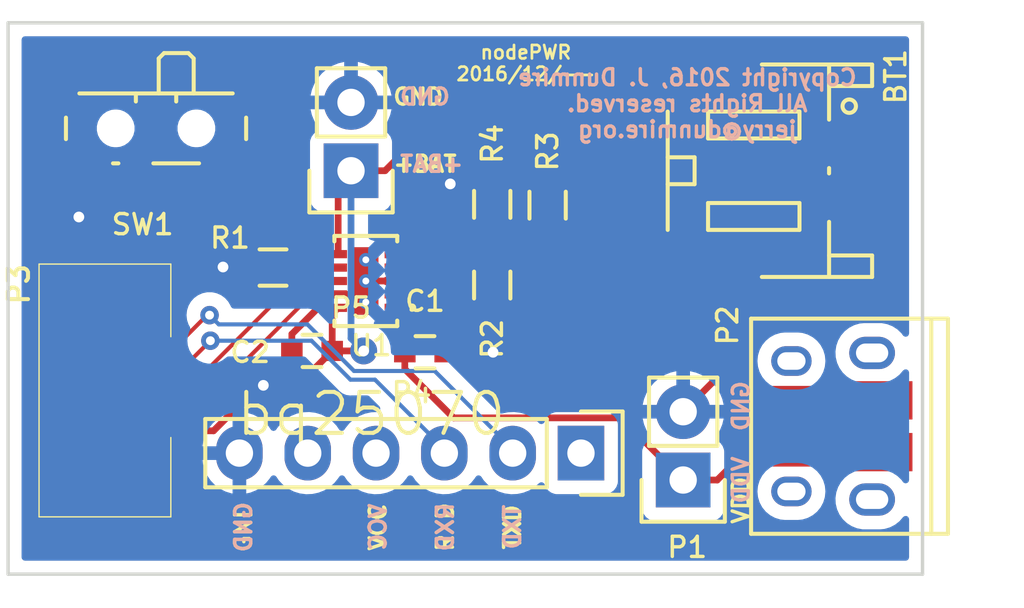
<source format=kicad_pcb>
(kicad_pcb (version 20221018) (generator pcbnew)
  (title_block (company "RockingD Labs"))
  (layers (0 "F.Cu" signal) (31 "B.Cu" signal) (34 "B.Paste" user) (35 "F.Paste" user) (36 "B.SilkS" user "B.Silkscreen") (37 "F.SilkS" user "F.Silkscreen") (38 "B.Mask" user) (39 "F.Mask" user) (44 "Edge.Cuts" user))
  (net 0 "")
  (net 1 "GND")
  (net 2 "+BATT")
  (net 3 "VDD")
  (net 4 "Net-(P2-Pad4)")
  (net 5 "Net-(P2-Pad3)")
  (net 6 "Net-(P2-Pad2)")
  (net 7 "/TXD")
  (net 8 "/RXD")
  (net 9 "/PGM")
  (net 10 "Net-(P4-Pad5)")
  (net 11 "Net-(P4-Pad1)")
  (net 12 "Net-(R2-Pad1)")
  (net 13 "+3V3")
  (net 14 "Net-(SW1-Pad1)")
  (net 15 "/CHRG")
  (net 16 "/CTRL")
  (net 17 "Net-(P4-Pad4)")
  (net 18 "Net-(R3-Pad2)")
  (footprint "rockingdlabs:JST_PH_S2B-PH-SM4-TB_02x2.00mm_Angled" (layer "F.Cu") (at 128.75 105.5 -90)
    (fp_text reference "BT1" (at -3.5 -4.25 270) (layer "F.SilkS") (effects (font (size 0.75 0.75) (thickness 0.127))))
    (fp_text value "LiFeP04")
    (fp_line (start -3.95 -3.375) (end -3.95 0.725) (stroke (width 0.15)) (layer "F.SilkS"))
    (fp_line (start -3.15 -3.375) (end -3.95 -3.375) (stroke (width 0.15)) (layer "F.SilkS"))
    (fp_line (start -3.15 -1.775) (end -3.95 -1.775) (stroke (width 0.15)) (layer "F.SilkS"))
    (fp_line (start -3.15 -1.775) (end -3.15 -3.375) (stroke (width 0.15)) (layer "F.SilkS"))
    (fp_line (start -2.2 -0.675) (end -2.2 2.725) (stroke (width 0.15)) (layer "F.SilkS"))
    (fp_line (start -2.2 2.725) (end -1.2 2.725) (stroke (width 0.15)) (layer "F.SilkS"))
    (fp_line (start -2.2 4.225) (end 2.2 4.225) (stroke (width 0.15)) (layer "F.SilkS"))
    (fp_line (start -1.9 -1.775) (end -3.15 -1.775) (stroke (width 0.15)) (layer "F.SilkS"))
    (fp_line (start -1.2 -0.675) (end -2.2 -0.675) (stroke (width 0.15)) (layer "F.SilkS"))
    (fp_line (start -1.2 2.725) (end -1.2 -0.675) (stroke (width 0.15)) (layer "F.SilkS"))
    (fp_line (start -0.5 3.225) (end 0.5 3.225) (stroke (width 0.15)) (layer "F.SilkS"))
    (fp_line (start -0.5 4.225) (end -0.5 3.225) (stroke (width 0.15)) (layer "F.SilkS"))
    (fp_line (start -0.1 -1.775) (end 0.1 -1.775) (stroke (width 0.15)) (layer "F.SilkS"))
    (fp_line (start 0.5 3.225) (end 0.5 4.225) (stroke (width 0.15)) (layer "F.SilkS"))
    (fp_line (start 1.2 -0.675) (end 2.2 -0.675) (stroke (width 0.15)) (layer "F.SilkS"))
    (fp_line (start 1.2 2.725) (end 1.2 -0.675) (stroke (width 0.15)) (layer "F.SilkS"))
    (fp_line (start 1.9 -1.775) (end 3.15 -1.775) (stroke (width 0.15)) (layer "F.SilkS"))
    (fp_line (start 2.2 -0.675) (end 2.2 2.725) (stroke (width 0.15)) (layer "F.SilkS"))
    (fp_line (start 2.2 2.725) (end 1.2 2.725) (stroke (width 0.15)) (layer "F.SilkS"))
    (fp_line (start 3.15 -3.375) (end 3.95 -3.375) (stroke (width 0.15)) (layer "F.SilkS"))
    (fp_line (start 3.15 -1.775) (end 3.15 -3.375) (stroke (width 0.15)) (layer "F.SilkS"))
    (fp_line (start 3.15 -1.775) (end 3.95 -1.775) (stroke (width 0.15)) (layer "F.SilkS"))
    (fp_line (start 3.95 -3.375) (end 3.95 0.725) (stroke (width 0.15)) (layer "F.SilkS"))
    (fp_circle (center -2.4 -2.525) (end -2.15 -2.525) (stroke (width 0.15)) (fill none) (layer "F.SilkS"))
    (pad "" smd rect (at -3.4 2.775 270) (size 1.6 3.4) (layers "F.Cu" "F.Paste" "F.Mask"))
    (pad "" smd rect (at 3.4 2.775 270) (size 1.6 3.4) (layers "F.Cu" "F.Paste" "F.Mask"))
    (pad "1" smd rect (at -1 -2.775 270) (size 1 3.5) (layers "F.Cu" "F.Paste" "F.Mask") (net 2 "+BATT"))
    (pad "2" smd rect (at 1 -2.775 270) (size 1 3.5) (layers "F.Cu" "F.Paste" "F.Mask") (net 1 "GND"))
  )
  (footprint "Capacitors_SMD:C_0603" (layer "F.Cu") (at 115.5 112.25)
    (fp_text reference "C1" (at 0 -1.9) (layer "F.SilkS") (effects (font (size 0.75 0.75) (thickness 0.127))))
    (fp_text value "1 uF")
    (fp_line (start -0.35 -0.6) (end 0.35 -0.6) (stroke (width 0.15)) (layer "F.SilkS"))
    (fp_line (start 0.35 0.6) (end -0.35 0.6) (stroke (width 0.15)) (layer "F.SilkS"))
    (pad "1" smd rect (at -0.75 0) (size 0.8 0.75) (layers "F.Cu" "F.Paste" "F.Mask") (net 3 "VDD"))
    (pad "2" smd rect (at 0.75 0) (size 0.8 0.75) (layers "F.Cu" "F.Paste" "F.Mask") (net 1 "GND"))
  )
  (footprint "Capacitors_SMD:C_0603" (layer "F.Cu") (at 111.3 112.2 180)
    (fp_text reference "C2" (at 2.3 -0.05 180) (layer "F.SilkS") (effects (font (size 0.75 0.75) (thickness 0.127))))
    (fp_text value "2 uF")
    (fp_line (start -0.35 -0.6) (end 0.35 -0.6) (stroke (width 0.15)) (layer "F.SilkS"))
    (fp_line (start 0.35 0.6) (end -0.35 0.6) (stroke (width 0.15)) (layer "F.SilkS"))
    (pad "1" smd rect (at -0.75 0 180) (size 0.8 0.75) (layers "F.Cu" "F.Paste" "F.Mask") (net 2 "+BATT"))
    (pad "2" smd rect (at 0.75 0 180) (size 0.8 0.75) (layers "F.Cu" "F.Paste" "F.Mask") (net 1 "GND"))
  )
  (footprint "Pin_Headers:Pin_Header_Straight_1x02" (layer "F.Cu") (at 125.1 117 180)
    (fp_text reference "P1" (at -0.15 -2.5 180) (layer "F.SilkS") (effects (font (size 0.75 0.75) (thickness 0.127))))
    (fp_text value "Vin (4.5-30VDC)")
    (fp_line (start -1.55 -1.55) (end 1.55 -1.55) (stroke (width 0.15)) (layer "F.SilkS"))
    (fp_line (start -1.55 0) (end -1.55 -1.55) (stroke (width 0.15)) (layer "F.SilkS"))
    (fp_line (start -1.27 1.27) (end -1.27 3.81) (stroke (width 0.15)) (layer "F.SilkS"))
    (fp_line (start -1.27 3.81) (end 1.27 3.81) (stroke (width 0.15)) (layer "F.SilkS"))
    (fp_line (start 1.27 1.27) (end -1.27 1.27) (stroke (width 0.15)) (layer "F.SilkS"))
    (fp_line (start 1.27 1.27) (end 1.27 3.81) (stroke (width 0.15)) (layer "F.SilkS"))
    (fp_line (start 1.55 -1.55) (end 1.55 0) (stroke (width 0.15)) (layer "F.SilkS"))
    (pad "1" thru_hole rect (at 0 0 180) (size 2.032 2.032) (drill 1.016) (layers "*.Cu" "*.Mask") (net 3 "VDD"))
    (pad "2" thru_hole oval (at 0 2.54 180) (size 2.032 2.032) (drill 1.016) (layers "*.Cu" "*.Mask") (net 1 "GND"))
  )
  (footprint "Connect:USB_Micro-B_10103594-0001LF" (layer "F.Cu") (at 130.75 115 90)
    (fp_text reference "P2" (at 3.75 -4 90) (layer "F.SilkS") (effects (font (size 0.75 0.75) (thickness 0.127))))
    (fp_text value "USB (power only)")
    (fp_line (start -4 -3.125) (end 4 -3.125) (stroke (width 0.15)) (layer "F.SilkS"))
    (fp_line (start -4 4.195) (end -4 -3.125) (stroke (width 0.15)) (layer "F.SilkS"))
    (fp_line (start -4 4.195) (end 4 4.195) (stroke (width 0.15)) (layer "F.SilkS"))
    (fp_line (start 4 -3.125) (end 4 4.195) (stroke (width 0.15)) (layer "F.SilkS"))
    (fp_line (start 4 3.575) (end -4 3.575) (stroke (width 0.15)) (layer "F.SilkS"))
    (pad "1" smd rect (at -1.3 -1.5 180) (size 1.65 0.4) (layers "F.Cu" "F.Paste" "F.Mask") (net 3 "VDD"))
    (pad "2" smd rect (at -0.65 -1.5 180) (size 1.65 0.4) (layers "F.Cu" "F.Paste" "F.Mask") (net 6 "Net-(P2-Pad2)"))
    (pad "3" smd rect (at -0.0009 -1.5 180) (size 1.65 0.4) (layers "F.Cu" "F.Paste" "F.Mask") (net 5 "Net-(P2-Pad3)"))
    (pad "4" smd rect (at 0.65 -1.5 180) (size 1.65 0.4) (layers "F.Cu" "F.Paste" "F.Mask") (net 4 "Net-(P2-Pad4)"))
    (pad "5" smd rect (at 1.3 -1.5 180) (size 1.65 0.4) (layers "F.Cu" "F.Paste" "F.Mask") (net 1 "GND"))
    (pad "6" thru_hole oval (at -2.725 1.375 180) (size 1.7 1.2) (drill oval 1.2 0.7) (layers "*.Cu" "*.Mask"))
    (pad "6" thru_hole oval (at -2.425 -1.625 180) (size 1.5 1.1) (drill oval 1.05 0.65) (layers "*.Cu" "*.Mask"))
    (pad "6" smd rect (at -0.9625 1.625 180) (size 2.5 1.425) (layers "F.Cu" "F.Paste" "F.Mask"))
    (pad "6" smd rect (at 0.9625 1.625 180) (size 2.5 1.425) (layers "F.Cu" "F.Paste" "F.Mask"))
    (pad "6" thru_hole oval (at 2.425 -1.625 180) (size 1.5 1.1) (drill oval 1.05 0.65) (layers "*.Cu" "*.Mask"))
    (pad "6" thru_hole oval (at 2.725 1.375 180) (size 1.7 1.2) (drill oval 1.2 0.7) (layers "*.Cu" "*.Mask"))
  )
  (footprint "Pin_Headers:Pin_Header_Straight_1x06" (layer "F.Cu") (at 121.3 116 -90)
    (fp_text reference "P4" (at -2.25 6.3) (layer "F.SilkS") (effects (font (size 0.75 0.75) (thickness 0.127))))
    (fp_text value "Serial I/O")
    (fp_line (start -1.55 -1.55) (end 1.55 -1.55) (stroke (width 0.15)) (layer "F.SilkS"))
    (fp_line (start -1.55 0) (end -1.55 -1.55) (stroke (width 0.15)) (layer "F.SilkS"))
    (fp_line (start -1.27 13.97) (end -1.27 1.27) (stroke (width 0.15)) (layer "F.SilkS"))
    (fp_line (start 1.27 1.27) (end -1.27 1.27) (stroke (width 0.15)) (layer "F.SilkS"))
    (fp_line (start 1.27 1.27) (end 1.27 13.97) (stroke (width 0.15)) (layer "F.SilkS"))
    (fp_line (start 1.27 13.97) (end -1.27 13.97) (stroke (width 0.15)) (layer "F.SilkS"))
    (fp_line (start 1.55 -1.55) (end 1.55 0) (stroke (width 0.15)) (layer "F.SilkS"))
    (pad "1" thru_hole rect (at 0 0 270) (size 2.032 1.7272) (drill 1.016) (layers "*.Cu" "*.Mask") (net 11 "Net-(P4-Pad1)"))
    (pad "2" thru_hole oval (at 0 2.54 270) (size 2.032 1.7272) (drill 1.016) (layers "*.Cu" "*.Mask") (net 7 "/TXD"))
    (pad "3" thru_hole oval (at 0 5.08 270) (size 2.032 1.7272) (drill 1.016) (layers "*.Cu" "*.Mask") (net 8 "/RXD"))
    (pad "4" thru_hole oval (at 0 7.62 270) (size 2.032 1.7272) (drill 1.016) (layers "*.Cu" "*.Mask") (net 17 "Net-(P4-Pad4)"))
    (pad "5" thru_hole oval (at 0 10.16 270) (size 2.032 1.7272) (drill 1.016) (layers "*.Cu" "*.Mask") (net 10 "Net-(P4-Pad5)"))
    (pad "6" thru_hole oval (at 0 12.7 270) (size 2.032 1.7272) (drill 1.016) (layers "*.Cu" "*.Mask") (net 1 "GND"))
  )
  (footprint "Resistors_SMD:R_0603" (layer "F.Cu") (at 109.85 109.1 180)
    (fp_text reference "R1" (at 1.6 1.1 180) (layer "F.SilkS") (effects (font (size 0.75 0.75) (thickness 0.127))))
    (fp_text value "10k")
    (fp_line (start -0.5 -0.675) (end 0.5 -0.675) (stroke (width 0.15)) (layer "F.SilkS"))
    (fp_line (start 0.5 0.675) (end -0.5 0.675) (stroke (width 0.15)) (layer "F.SilkS"))
    (pad "1" smd rect (at -0.75 0 180) (size 0.5 0.9) (layers "F.Cu" "F.Paste" "F.Mask") (net 16 "/CTRL"))
    (pad "2" smd rect (at 0.75 0 180) (size 0.5 0.9) (layers "F.Cu" "F.Paste" "F.Mask") (net 1 "GND"))
  )
  (footprint "Resistors_SMD:R_0603" (layer "F.Cu") (at 118 109.75 -90)
    (fp_text reference "R2" (at 2 0 270) (layer "F.SilkS") (effects (font (size 0.75 0.75) (thickness 0.127))))
    (fp_text value "1k")
    (fp_line (start -0.5 -0.675) (end 0.5 -0.675) (stroke (width 0.15)) (layer "F.SilkS"))
    (fp_line (start 0.5 0.675) (end -0.5 0.675) (stroke (width 0.15)) (layer "F.SilkS"))
    (pad "1" smd rect (at -0.75 0 270) (size 0.5 0.9) (layers "F.Cu" "F.Paste" "F.Mask") (net 12 "Net-(R2-Pad1)"))
    (pad "2" smd rect (at 0.75 0 270) (size 0.5 0.9) (layers "F.Cu" "F.Paste" "F.Mask") (net 1 "GND"))
  )
  (footprint "Resistors_SMD:R_0603" (layer "F.Cu") (at 120.06 106.78 90)
    (fp_text reference "R3" (at 2 0 90) (layer "F.SilkS") (effects (font (size 0.75 0.75) (thickness 0.127))))
    (fp_text value "487k")
    (fp_line (start -0.5 -0.675) (end 0.5 -0.675) (stroke (width 0.15)) (layer "F.SilkS"))
    (fp_line (start 0.5 0.675) (end -0.5 0.675) (stroke (width 0.15)) (layer "F.SilkS"))
    (pad "1" smd rect (at -0.75 0 90) (size 0.5 0.9) (layers "F.Cu" "F.Paste" "F.Mask") (net 13 "+3V3"))
    (pad "2" smd rect (at 0.75 0 90) (size 0.5 0.9) (layers "F.Cu" "F.Paste" "F.Mask") (net 18 "Net-(R3-Pad2)"))
  )
  (footprint "Resistors_SMD:R_0603" (layer "F.Cu") (at 118 106.75 90)
    (fp_text reference "R4" (at 2.25 0 90) (layer "F.SilkS") (effects (font (size 0.75 0.75) (thickness 0.127))))
    (fp_text value "100k")
    (fp_line (start -0.5 -0.675) (end 0.5 -0.675) (stroke (width 0.15)) (layer "F.SilkS"))
    (fp_line (start 0.5 0.675) (end -0.5 0.675) (stroke (width 0.15)) (layer "F.SilkS"))
    (pad "1" smd rect (at -0.75 0 90) (size 0.5 0.9) (layers "F.Cu" "F.Paste" "F.Mask") (net 18 "Net-(R3-Pad2)"))
    (pad "2" smd rect (at 0.75 0 90) (size 0.5 0.9) (layers "F.Cu" "F.Paste" "F.Mask") (net 1 "GND"))
  )
  (footprint "Buttons_Switches_SMD:SW_SPDT_PCM12" (layer "F.Cu") (at 105.5 104.25 180)
    (fp_text reference "SW1" (at 0.5 -3.25 180) (layer "F.SilkS") (effects (font (size 0.75 0.75) (thickness 0.127))))
    (fp_text value "Prgm")
    (fp_line (start -3.35 -0.075) (end -3.35 0.725) (stroke (width 0.15)) (layer "F.SilkS"))
    (fp_line (start -2.85 1.625) (end 2.85 1.625) (stroke (width 0.15)) (layer "F.SilkS"))
    (fp_line (start -1.6 -0.975) (end 0.1 -0.975) (stroke (width 0.15)) (layer "F.SilkS"))
    (fp_line (start -1.4 1.625) (end -1.4 2.925) (stroke (width 0.15)) (layer "F.SilkS"))
    (fp_line (start -1.4 2.925) (end -1.2 3.125) (stroke (width 0.15)) (layer "F.SilkS"))
    (fp_line (start -1.2 3.125) (end -0.3 3.125) (stroke (width 0.15)) (layer "F.SilkS"))
    (fp_line (start -0.75 1.325) (end -0.75 1.625) (stroke (width 0.15)) (layer "F.SilkS"))
    (fp_line (start -0.1 2.925) (end -0.3 3.125) (stroke (width 0.15)) (layer "F.SilkS"))
    (fp_line (start -0.1 2.925) (end -0.1 1.625) (stroke (width 0.15)) (layer "F.SilkS"))
    (fp_line (start 0.75 1.325) (end 0.75 1.625) (stroke (width 0.15)) (layer "F.SilkS"))
    (fp_line (start 1.4 -0.975) (end 1.6 -0.975) (stroke (width 0.15)) (layer "F.SilkS"))
    (fp_line (start 3.35 0.725) (end 3.35 -0.075) (stroke (width 0.15)) (layer "F.SilkS"))
    (pad "" smd rect (at -3.65 -0.775 180) (size 1 0.8) (layers "F.Cu" "F.Paste" "F.Mask"))
    (pad "" smd rect (at -3.65 1.425 180) (size 1 0.8) (layers "F.Cu" "F.Paste" "F.Mask"))
    (pad "" np_thru_hole circle (at -1.5 0.325 180) (size 0.9 0.9) (drill 0.9) (layers "*.Cu" "*.Mask"))
    (pad "" np_thru_hole circle (at 1.5 0.325 180) (size 0.9 0.9) (drill 0.9) (layers "*.Cu" "*.Mask"))
    (pad "" smd rect (at 3.65 -0.775 180) (size 1 0.8) (layers "F.Cu" "F.Paste" "F.Mask"))
    (pad "" smd rect (at 3.65 1.425 180) (size 1 0.8) (layers "F.Cu" "F.Paste" "F.Mask"))
    (pad "1" smd rect (at -2.25 -1.425 180) (size 0.7 1.5) (layers "F.Cu" "F.Paste" "F.Mask") (net 14 "Net-(SW1-Pad1)"))
    (pad "2" smd rect (at 0.75 -1.425 180) (size 0.7 1.5) (layers "F.Cu" "F.Paste" "F.Mask") (net 9 "/PGM"))
    (pad "3" smd rect (at 2.25 -1.425 180) (size 0.7 1.5) (layers "F.Cu" "F.Paste" "F.Mask") (net 1 "GND"))
  )
  (footprint "rockingdlabs:bq25070_DQC_10-DQC10_P84X2P4" (layer "F.Cu") (at 113.3 109.6 180)
    (fp_text reference "U1" (at -0.2 -2.4 180) (layer "F.SilkS") (effects (font (size 0.75 0.75) (thickness 0.127))))
    (fp_text value "bq25070" (at -0.2 -4.95 180) (layer "F.SilkS") (effects (font (size 1.524 1.524))))
    (fp_line (start -1.1684 -1.6764) (end -1.1684 -1.4732) (stroke (width 0.1524)) (layer "F.SilkS"))
    (fp_line (start -1.1684 1.4732) (end -1.1684 1.6764) (stroke (width 0.1524)) (layer "F.SilkS"))
    (fp_line (start -1.1684 1.6764) (end 1.1684 1.6764) (stroke (width 0.1524)) (layer "F.SilkS"))
    (fp_line (start 1.1684 -1.6764) (end -1.1684 -1.6764) (stroke (width 0.1524)) (layer "F.SilkS"))
    (fp_line (start 1.1684 -1.4732) (end 1.1684 -1.6764) (stroke (width 0.1524)) (layer "F.SilkS"))
    (fp_line (start 1.1684 1.6764) (end 1.1684 1.4732) (stroke (width 0.1524)) (layer "F.SilkS"))
    (fp_arc (start -1.7018 -0.9144) (mid -1.797818 -0.991783) (end -1.699505 -1.066228) (stroke (width 0.1524)) (layer "F.SilkS"))
    (pad "1" smd rect (at -1.0287 -0.99822 180) (size 0.6604 0.3048) (layers "F.Cu" "F.Paste" "F.Mask") (net 3 "VDD"))
    (pad "2" smd rect (at -1.0287 -0.49784 180) (size 0.6604 0.3048) (layers "F.Cu" "F.Paste" "F.Mask") (net 12 "Net-(R2-Pad1)"))
    (pad "3" smd rect (at -1.0287 0 180) (size 0.6604 0.3048) (layers "F.Cu" "F.Paste" "F.Mask") (net 1 "GND"))
    (pad "4" smd rect (at -1.0287 0.49784 180) (size 0.6604 0.3048) (layers "F.Cu" "F.Paste" "F.Mask") (net 13 "+3V3"))
    (pad "5" smd rect (at -1.0287 0.99822 180) (size 0.6604 0.3048) (layers "F.Cu" "F.Paste" "F.Mask") (net 18 "Net-(R3-Pad2)"))
    (pad "6" smd rect (at 1.0287 0.99822 180) (size 0.6604 0.3048) (layers "F.Cu" "F.Paste" "F.Mask") (net 2 "+BATT"))
    (pad "7" smd rect (at 1.0287 0.49784 180) (size 0.6604 0.3048) (layers "F.Cu" "F.Paste" "F.Mask") (net 16 "/CTRL"))
    (pad "8" smd rect (at 1.0287 0 180) (size 0.6604 0.3048) (layers "F.Cu" "F.Paste" "F.Mask") (net 15 "/CHRG"))
    (pad "9" smd rect (at 1.0287 -0.49784 180) (size 0.6604 0.3048) (layers "F.Cu" "F.Paste" "F.Mask") (net 1 "GND"))
    (pad "10" smd rect (at 1.0287 -0.99822 180) (size 0.6604 0.3048) (layers "F.Cu" "F.Paste" "F.Mask") (net 2 "+BATT"))
    (pad "11" thru_hole circle (at 0 -0.7874 180) (size 0.508 0.508) (drill 0.254) (layers "*.Cu" "*.Paste" "*.Mask") (net 1 "GND"))
    (pad "11" thru_hole circle (at 0 0 180) (size 0.508 0.508) (drill 0.254) (layers "*.Cu" "*.Paste" "*.Mask") (net 1 "GND"))
    (pad "11" smd rect (at 0 0 180) (size 0.9398 2.5146) (layers "F.Cu" "F.Paste" "F.Mask") (net 1 "GND"))
    (pad "11" thru_hole circle (at 0 0.7874 180) (size 0.508 0.508) (drill 0.254) (layers "*.Cu" "*.Paste" "*.Mask") (net 1 "GND"))
  )
  (footprint "Pin_Headers:Pin_Header_Straight_1x02" (layer "F.Cu") (at 112.75 105.5 180)
    (fp_text reference "P5" (at 0 -5.1 180) (layer "F.SilkS") (effects (font (size 0.75 0.75) (thickness 0.127))))
    (fp_text value "BAT")
    (fp_line (start -1.55 -1.55) (end 1.55 -1.55) (stroke (width 0.15)) (layer "F.SilkS"))
    (fp_line (start -1.55 0) (end -1.55 -1.55) (stroke (width 0.15)) (layer "F.SilkS"))
    (fp_line (start -1.27 1.27) (end -1.27 3.81) (stroke (width 0.15)) (layer "F.SilkS"))
    (fp_line (start -1.27 3.81) (end 1.27 3.81) (stroke (width 0.15)) (layer "F.SilkS"))
    (fp_line (start 1.27 1.27) (end -1.27 1.27) (stroke (width 0.15)) (layer "F.SilkS"))
    (fp_line (start 1.27 1.27) (end 1.27 3.81) (stroke (width 0.15)) (layer "F.SilkS"))
    (fp_line (start 1.55 -1.55) (end 1.55 0) (stroke (width 0.15)) (layer "F.SilkS"))
    (pad "1" thru_hole rect (at 0 0 180) (size 2.032 2.032) (drill 1.016) (layers "*.Cu" "*.Mask") (net 2 "+BATT"))
    (pad "2" thru_hole oval (at 0 2.54 180) (size 2.032 2.032) (drill 1.016) (layers "*.Cu" "*.Mask") (net 1 "GND"))
  )
  (footprint "rockingdlabs:FPC_conn-7_8x4.9mm_Pitch0.5mm" (layer "F.Cu") (at 103.8 113.67 -90)
    (fp_text reference "P3" (at -3.95 3.4 270) (layer "F.SilkS") (effects (font (size 0.75 0.75))))
    (fp_text value "Node")
    (fp_line (start -4.7 -2.25) (end -4.7 2.65) (stroke (width 0.05)) (layer "F.SilkS"))
    (fp_line (start -4.7 2.65) (end 4.7 2.65) (stroke (width 0.05)) (layer "F.SilkS"))
    (fp_line (start -2 -2.25) (end -4.7 -2.25) (stroke (width 0.05)) (layer "F.SilkS"))
    (fp_line (start 4.7 -2.25) (end 1.75 -2.25) (stroke (width 0.05)) (layer "F.SilkS"))
    (fp_line (start 4.7 2.65) (end 4.7 -2.25) (stroke (width 0.05)) (layer "F.SilkS"))
    (pad "" smd rect (at -2.95 -0.5 270) (size 1.95 2.3) (layers "F.Cu" "F.Paste" "F.Mask"))
    (pad "" smd rect (at 2.95 -0.5 270) (size 1.95 2.3) (layers "F.Cu" "F.Paste" "F.Mask"))
    (pad "1" smd rect (at -1.5 -1.75 270) (size 0.3 1.4) (layers "F.Cu" "F.Paste" "F.Mask") (net 7 "/TXD"))
    (pad "2" smd rect (at -1 -1.75 270) (size 0.3 1.4) (layers "F.Cu" "F.Paste" "F.Mask") (net 8 "/RXD"))
    (pad "3" smd rect (at -0.5 -1.75 270) (size 0.3 1.4) (layers "F.Cu" "F.Paste" "F.Mask") (net 9 "/PGM"))
    (pad "4" smd rect (at 0 -1.75 270) (size 0.3 1.4) (layers "F.Cu" "F.Paste" "F.Mask") (net 16 "/CTRL"))
    (pad "5" smd rect (at 0.5 -1.75 270) (size 0.3 1.4) (layers "F.Cu" "F.Paste" "F.Mask") (net 15 "/CHRG"))
    (pad "6" smd rect (at 1 -1.75 270) (size 0.3 1.4) (layers "F.Cu" "F.Paste" "F.Mask") (net 1 "GND"))
    (pad "7" smd rect (at 1.5 -1.75 270) (size 0.3 1.4) (layers "F.Cu" "F.Paste" "F.Mask") (net 2 "+BATT"))
  )
  (gr_line (start 134 120.5) (end 100 120.5) (stroke (width 0.127)) (layer "Edge.Cuts"))
  (gr_line (start 134 100) (end 134 120.5) (stroke (width 0.127)) (layer "Edge.Cuts"))
  (gr_line (start 100 100) (end 134 100) (stroke (width 0.127)) (layer "Edge.Cuts"))
  (gr_line (start 100 120.5) (end 100 100) (stroke (width 0.127)) (layer "Edge.Cuts"))
  (gr_text "+BAT" (at 115.75 105.25) (layer "B.SilkS") (effects (font (size 0.6 0.6) (thickness 0.127)) (justify mirror)))
  (gr_text "VCC" (at 113.75 118.75 90) (layer "B.SilkS") (effects (font (size 0.6 0.6) (thickness 0.127)) (justify mirror)))
  (gr_text "Copyright 2016, J. Dunmire\nAll Rights reserved.\njerry@dunmire.org" (at 125.25 103) (layer "B.SilkS") (effects (font (size 0.6 0.6) (thickness 0.127)) (justify mirror)))
  (gr_text "GND" (at 127.25 114.25 90) (layer "B.SilkS") (effects (font (size 0.6 0.6) (thickness 0.127)) (justify mirror)))
  (gr_text "VDD" (at 127.25 117 90) (layer "B.SilkS") (effects (font (size 0.6 0.6) (thickness 0.127)) (justify mirror)))
  (gr_text "RXD" (at 116.25 118.75 90) (layer "B.SilkS") (effects (font (size 0.6 0.6) (thickness 0.127)) (justify mirror)))
  (gr_text "GND" (at 108.75 118.75 90) (layer "B.SilkS") (effects (font (size 0.6 0.6) (thickness 0.127)) (justify mirror)))
  (gr_text "GND" (at 115.5 102.75) (layer "B.SilkS") (effects (font (size 0.6 0.6) (thickness 0.127)) (justify mirror)))
  (gr_text "TXD" (at 118.75 118.75 90) (layer "B.SilkS") (effects (font (size 0.6 0.6) (thickness 0.127)) (justify mirror)))
  (gr_text "RXD" (at 116.25 118.75 90) (layer "F.SilkS") (effects (font (size 0.6 0.6) (thickness 0.127))))
  (gr_text "+BAT" (at 115.5 105.25) (layer "F.SilkS") (effects (font (size 0.6 0.6) (thickness 0.127))))
  (gr_text "GND" (at 108.75 118.75 90) (layer "F.SilkS") (effects (font (size 0.6 0.6) (thickness 0.127))))
  (gr_text "TXD" (at 118.75 118.75 90) (layer "F.SilkS") (effects (font (size 0.6 0.6) (thickness 0.127))))
  (gr_text "VDD" (at 127.25 117.75 90) (layer "F.SilkS") (effects (font (size 0.6 0.6) (thickness 0.127))))
  (gr_text "VCC" (at 113.75 118.75 90) (layer "F.SilkS") (effects (font (size 0.6 0.6) (thickness 0.127))))
  (gr_text "nodePWR\n2016/12/--" (at 119.25 101.5) (layer "F.SilkS") (effects (font (size 0.5 0.5) (thickness 0.1))))
  (gr_text "GND" (at 115.25 102.75) (layer "F.SilkS") (effects (font (size 0.6 0.6) (thickness 0.127))))
  (segment (start 118 110.5) (end 118 112.22) (width 0.25) (layer "F.Cu") (net 1))
  (segment (start 103.25 105.675) (end 103.25 106.6) (width 0.25) (layer "F.Cu") (net 1))
  (segment (start 113.01044 110.09784) (end 113.3 110.3874) (width 0.25) (layer "F.Cu") (net 1))
  (segment (start 110.55 111.575) (end 111.646099 110.478901) (width 0.25) (layer "F.Cu") (net 1))
  (segment (start 108.6 115.8476) (end 108.6 116) (width 0.25) (layer "F.Cu") (net 1))
  (segment (start 131.525 108.035) (end 125.1 114.46) (width 0.25) (layer "F.Cu") (net 1))
  (segment (start 113.3 109.6) (end 114.3287 109.6) (width 0.25) (layer "F.Cu") (net 1))
  (segment (start 126.53684 114.46) (end 127.29684 113.7) (width 0.25) (layer "F.Cu") (net 1))
  (segment (start 105.55 114.67) (end 107.545095 114.67) (width 0.25) (layer "F.Cu") (net 1))
  (segment (start 131.525 106.5) (end 131.525 108.035) (width 0.25) (layer "F.Cu") (net 1))
  (segment (start 125.1 114.46) (end 126.53684 114.46) (width 0.25) (layer "F.Cu") (net 1))
  (segment (start 109.1 109.1) (end 108.01 109.1) (width 0.25) (layer "F.Cu") (net 1))
  (segment (start 110.55 112.2) (end 110.55 111.575) (width 0.25) (layer "F.Cu") (net 1))
  (segment (start 116.25 112.25) (end 118.03 112.25) (width 0.25) (layer "F.Cu") (net 1))
  (segment (start 103.25 106.6) (end 102.63 107.22) (width 0.25) (layer "F.Cu") (net 1))
  (segment (start 118 106) (end 116.45 106) (width 0.25) (layer "F.Cu") (net 1))
  (segment (start 118 112.22) (end 118.03 112.25) (width 0.25) (layer "F.Cu") (net 1))
  (segment (start 111.646099 110.478901) (end 111.646099 110.209819) (width 0.25) (layer "F.Cu") (net 1))
  (segment (start 108.735095 113.48) (end 108.782894 113.48) (width 0.25) (layer "F.Cu") (net 1))
  (segment (start 108.782894 113.48) (end 109.49 113.48) (width 0.25) (layer "F.Cu") (net 1))
  (segment (start 111.646099 110.209819) (end 111.758078 110.09784) (width 0.25) (layer "F.Cu") (net 1))
  (segment (start 112.2713 110.09784) (end 113.01044 110.09784) (width 0.25) (layer "F.Cu") (net 1))
  (segment (start 107.545095 114.67) (end 108.735095 113.48) (width 0.25) (layer "F.Cu") (net 1))
  (segment (start 110.55 112.42) (end 109.49 113.48) (width 0.25) (layer "F.Cu") (net 1))
  (segment (start 128.175 113.7) (end 129.25 113.7) (width 0.25) (layer "F.Cu") (net 1))
  (segment (start 110.55 112.2) (end 110.55 112.42) (width 0.25) (layer "F.Cu") (net 1))
  (segment (start 108.01 109.1) (end 107.99 109.08) (width 0.25) (layer "F.Cu") (net 1))
  (segment (start 111.758078 110.09784) (end 112.2713 110.09784) (width 0.25) (layer "F.Cu") (net 1))
  (segment (start 127.29684 113.7) (end 128.175 113.7) (width 0.25) (layer "F.Cu") (net 1))
  (segment (start 116.45 106) (end 116.44 105.99) (width 0.25) (layer "F.Cu") (net 1))
  (via (at 107.99 109.08) (size 1) (drill 0.4) (layers "F.Cu" "B.Cu") (net 1))
  (via (at 116.44 105.99) (size 1) (drill 0.4) (layers "F.Cu" "B.Cu") (net 1))
  (via (at 118.03 112.25) (size 1) (drill 0.4) (layers "F.Cu" "B.Cu") (net 1))
  (via (at 109.49 113.48) (size 1) (drill 0.4) (layers "F.Cu" "B.Cu") (net 1))
  (via (at 102.63 107.22) (size 1) (drill 0.4) (layers "F.Cu" "B.Cu") (net 1))
  (segment (start 102.63 107.22) (end 104.52 109.11) (width 0.25) (layer "B.Cu") (net 1))
  (segment (start 113.22 112.2) (end 112.05 112.2) (width 0.25) (layer "F.Cu") (net 2))
  (segment (start 115.016 104.5) (end 129.525 104.5) (width 0.25) (layer "F.Cu") (net 2))
  (segment (start 112.05 110.81952) (end 112.2713 110.59822) (width 0.25) (layer "F.Cu") (net 2))
  (segment (start 112.2713 105.9787) (end 112.75 105.5) (width 0.25) (layer "F.Cu") (net 2))
  (segment (start 129.525 104.5) (end 131.525 104.5) (width 0.25) (layer "F.Cu") (net 2))
  (segment (start 112.05 112.2) (end 112.05 110.81952) (width 0.25) (layer "F.Cu") (net 2))
  (segment (start 112.75 105.5) (end 114.016 105.5) (width 0.25) (layer "F.Cu") (net 2))
  (segment (start 109.974998 114.275002) (end 112.05 112.2) (width 0.25) (layer "F.Cu") (net 2))
  (segment (start 105.55 115.17) (end 107.63908 115.17) (width 0.25) (layer "F.Cu") (net 2))
  (segment (start 107.63908 115.17) (end 108.534078 114.275002) (width 0.25) (layer "F.Cu") (net 2))
  (segment (start 112.2713 108.60178) (end 112.2713 105.9787) (width 0.25) (layer "F.Cu") (net 2))
  (segment (start 108.534078 114.275002) (end 109.974998 114.275002) (width 0.25) (layer "F.Cu") (net 2))
  (segment (start 114.016 105.5) (end 115.016 104.5) (width 0.25) (layer "F.Cu") (net 2))
  (via (at 113.22 112.2) (size 1) (drill 0.4) (layers "F.Cu" "B.Cu") (net 2))
  (segment (start 112.75 111.73) (end 113.22 112.2) (width 0.25) (layer "B.Cu") (net 2))
  (segment (start 112.75 105.5) (end 112.75 111.73) (width 0.25) (layer "B.Cu") (net 2))
  (segment (start 122.788999 114.688999) (end 125.1 117) (width 0.25) (layer "F.Cu") (net 3))
  (segment (start 125.1 117) (end 126.366 117) (width 0.25) (layer "F.Cu") (net 3))
  (segment (start 114.3287 111.8287) (end 114.75 112.25) (width 0.25) (layer "F.Cu") (net 3))
  (segment (start 127.066 116.3) (end 128.175 116.3) (width 0.25) (layer "F.Cu") (net 3))
  (segment (start 128.175 116.3) (end 129.25 116.3) (width 0.25) (layer "F.Cu") (net 3))
  (segment (start 116.563999 114.688999) (end 122.788999 114.688999) (width 0.25) (layer "F.Cu") (net 3))
  (segment (start 126.366 117) (end 127.066 116.3) (width 0.25) (layer "F.Cu") (net 3))
  (segment (start 114.75 112.875) (end 116.563999 114.688999) (width 0.25) (layer "F.Cu") (net 3))
  (segment (start 114.75 112.25) (end 114.75 112.875) (width 0.25) (layer "F.Cu") (net 3))
  (segment (start 114.3287 110.59822) (end 114.3287 111.8287) (width 0.25) (layer "F.Cu") (net 3))
  (segment (start 106.1 112.17) (end 107.4 110.87) (width 0.1524) (layer "F.Cu") (net 7))
  (segment (start 107.4 110.87) (end 107.49 110.87) (width 0.1524) (layer "F.Cu") (net 7))
  (segment (start 105.55 112.17) (end 106.1 112.17) (width 0.1524) (layer "F.Cu") (net 7))
  (via (at 107.49 110.87) (size 0.6858) (drill 0.3302) (layers "F.Cu" "B.Cu") (net 7))
  (segment (start 107.49 110.87) (end 107.832899 111.212899) (width 0.1524) (layer "B.Cu") (net 7))
  (segment (start 107.832899 111.212899) (end 111.128519 111.212899) (width 0.1524) (layer "B.Cu") (net 7))
  (segment (start 111.128519 111.212899) (end 112.861822 112.946202) (width 0.1524) (layer "B.Cu") (net 7))
  (segment (start 118.76 115.8476) (end 118.76 116) (width 0.1524) (layer "B.Cu") (net 7))
  (segment (start 112.861822 112.946202) (end 115.858602 112.946202) (width 0.1524) (layer "B.Cu") (net 7))
  (segment (start 115.858602 112.946202) (end 118.76 115.8476) (width 0.1524) (layer "B.Cu") (net 7))
  (segment (start 105.55 112.67) (end 106.67 112.67) (width 0.1524) (layer "F.Cu") (net 8))
  (segment (start 106.67 112.67) (end 107.52 111.82) (width 0.1524) (layer "F.Cu") (net 8))
  (via (at 107.52 111.82) (size 0.6858) (drill 0.3302) (layers "F.Cu" "B.Cu") (net 8))
  (segment (start 107.52 111.82) (end 111.279662 111.82) (width 0.1524) (layer "B.Cu") (net 8))
  (segment (start 116.22 115.8476) (end 116.22 116) (width 0.1524) (layer "B.Cu") (net 8))
  (segment (start 113.641013 113.268613) (end 116.22 115.8476) (width 0.1524) (layer "B.Cu") (net 8))
  (segment (start 111.279662 111.82) (end 112.728275 113.268613) (width 0.1524) (layer "B.Cu") (net 8))
  (segment (start 112.728275 113.268613) (end 113.641013 113.268613) (width 0.1524) (layer "B.Cu") (net 8))
  (segment (start 104.181838 113.17) (end 104.6976 113.17) (width 0.1524) (layer "F.Cu") (net 9))
  (segment (start 102.903799 111.891961) (end 104.181838 113.17) (width 0.1524) (layer "F.Cu") (net 9))
  (segment (start 104.75 105.675) (end 104.75 106.5774) (width 0.1524) (layer "F.Cu") (net 9))
  (segment (start 102.903799 108.423601) (end 102.903799 111.891961) (width 0.1524) (layer "F.Cu") (net 9))
  (segment (start 104.6976 113.17) (end 105.55 113.17) (width 0.1524) (layer "F.Cu") (net 9))
  (segment (start 104.75 106.5774) (end 102.903799 108.423601) (width 0.1524) (layer "F.Cu") (net 9))
  (segment (start 117.28 109) (end 118 109) (width 0.1524) (layer "F.Cu") (net 12))
  (segment (start 114.3287 110.09784) (end 116.18216 110.09784) (width 0.1524) (layer "F.Cu") (net 12))
  (segment (start 116.18216 110.09784) (end 117.28 109) (width 0.1524) (layer "F.Cu") (net 12))
  (segment (start 115.941059 108.020001) (end 118.919999 108.020001) (width 0.2) (layer "F.Cu") (net 13))
  (segment (start 114.3287 109.10216) (end 114.8589 109.10216) (width 0.2) (layer "F.Cu") (net 13))
  (segment (start 119.41 107.53) (end 120.06 107.53) (width 0.2) (layer "F.Cu") (net 13))
  (segment (start 118.919999 108.020001) (end 119.41 107.53) (width 0.2) (layer "F.Cu") (net 13))
  (segment (start 114.8589 109.10216) (end 115.941059 108.020001) (width 0.2) (layer "F.Cu") (net 13))
  (segment (start 111.274888 110.056059) (end 111.274888 110.113812) (width 0.1524) (layer "F.Cu") (net 15))
  (segment (start 111.730947 109.6) (end 111.274888 110.056059) (width 0.1524) (layer "F.Cu") (net 15))
  (segment (start 111.274888 110.113812) (end 107.289911 114.098789) (width 0.1524) (layer "F.Cu") (net 15))
  (segment (start 105.621211 114.098789) (end 105.55 114.17) (width 0.1524) (layer "F.Cu") (net 15))
  (segment (start 112.2713 109.6) (end 111.730947 109.6) (width 0.1524) (layer "F.Cu") (net 15))
  (segment (start 107.289911 114.098789) (end 105.621211 114.098789) (width 0.1524) (layer "F.Cu") (net 15))
  (segment (start 110.6 109.1) (end 112.26914 109.1) (width 0.1524) (layer "F.Cu") (net 16))
  (segment (start 106.6324 113.67) (end 110.6 109.7024) (width 0.1524) (layer "F.Cu") (net 16))
  (segment (start 110.6 109.7024) (end 110.6 109.1) (width 0.1524) (layer "F.Cu") (net 16))
  (segment (start 112.26914 109.1) (end 112.2713 109.10216) (width 0.1524) (layer "F.Cu") (net 16))
  (segment (start 105.55 113.67) (end 106.6324 113.67) (width 0.1524) (layer "F.Cu") (net 16))
  (segment (start 118.39 107.5) (end 119.86 106.03) (width 0.1524) (layer "F.Cu") (net 18))
  (segment (start 119.86 106.03) (end 120.06 106.03) (width 0.1524) (layer "F.Cu") (net 18))
  (segment (start 114.3287 108.29698) (end 115.12568 107.5) (width 0.1524) (layer "F.Cu") (net 18))
  (segment (start 115.12568 107.5) (end 118 107.5) (width 0.1524) (layer "F.Cu") (net 18))
  (segment (start 114.3287 108.60178) (end 114.3287 108.29698) (width 0.1524) (layer "F.Cu") (net 18))
  (segment (start 118 107.5) (end 118.39 107.5) (width 0.1524) (layer "F.Cu") (net 18))
  (zone (net 1) (net_name "GND") (layer "B.Cu") (connect_pads (clearance 0.508)) (min_thickness 0.254) (fill yes (thermal_gap 0.508) (thermal_bridge_width 0.508))
    (polygon (pts (xy 100.5 100.5) (xy 133.5 100.5) (xy 133.5 120) (xy 100.5 120)))
  )
)
</source>
